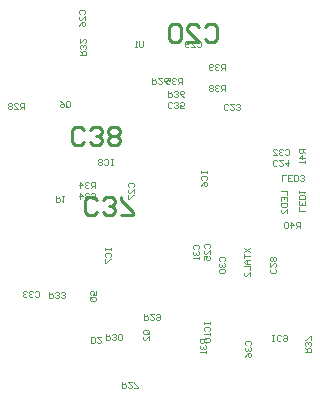
<source format=gbr>
%TF.GenerationSoftware,Altium Limited,Altium Designer,20.2.5 (213)*%
G04 Layer_Color=14186556*
%FSLAX25Y25*%
%MOIN*%
%TF.SameCoordinates,C9AA4840-3426-47ED-90B3-6D3E683A03ED*%
%TF.FilePolarity,Positive*%
%TF.FileFunction,Other,Bottom_Designator*%
%TF.Part,Single*%
G01*
G75*
%TA.AperFunction,NonConductor*%
%ADD80C,0.01000*%
%ADD137C,0.00450*%
D80*
X28501Y92101D02*
X27502Y91101D01*
X25502D01*
X24503Y92101D01*
Y96099D01*
X25502Y97099D01*
X27502D01*
X28501Y96099D01*
X30501Y92101D02*
X31500Y91101D01*
X33500D01*
X34499Y92101D01*
Y93100D01*
X33500Y94100D01*
X32500D01*
X33500D01*
X34499Y95100D01*
Y96099D01*
X33500Y97099D01*
X31500D01*
X30501Y96099D01*
X36499Y92101D02*
X37498Y91101D01*
X39498D01*
X40497Y92101D01*
Y93100D01*
X39498Y94100D01*
X40497Y95100D01*
Y96099D01*
X39498Y97099D01*
X37498D01*
X36499Y96099D01*
Y95100D01*
X37498Y94100D01*
X36499Y93100D01*
Y92101D01*
X37498Y94100D02*
X39498D01*
X68870Y130499D02*
X69870Y131499D01*
X71869D01*
X72869Y130499D01*
Y126501D01*
X71869Y125501D01*
X69870D01*
X68870Y126501D01*
X62872Y125501D02*
X66871D01*
X62872Y129500D01*
Y130499D01*
X63872Y131499D01*
X65871D01*
X66871Y130499D01*
X60873D02*
X59873Y131499D01*
X57874D01*
X56874Y130499D01*
Y126501D01*
X57874Y125501D01*
X59873D01*
X60873Y126501D01*
Y130499D01*
X32801Y68701D02*
X31802Y67701D01*
X29802D01*
X28803Y68701D01*
Y72699D01*
X29802Y73699D01*
X31802D01*
X32801Y72699D01*
X34801Y68701D02*
X35800Y67701D01*
X37800D01*
X38799Y68701D01*
Y69700D01*
X37800Y70700D01*
X36800D01*
X37800D01*
X38799Y71700D01*
Y72699D01*
X37800Y73699D01*
X35800D01*
X34801Y72699D01*
X40799Y67701D02*
X44797D01*
Y68701D01*
X40799Y72699D01*
Y73699D01*
D137*
X31034Y25000D02*
Y27000D01*
X32034D01*
X32367Y26666D01*
Y25333D01*
X32034Y25000D01*
X31034D01*
X34366Y27000D02*
X33033D01*
X34366Y25667D01*
Y25333D01*
X34033Y25000D01*
X33367D01*
X33033Y25333D01*
X67600Y82399D02*
Y81733D01*
Y82066D01*
X69600D01*
Y82399D01*
Y81733D01*
X67933Y79400D02*
X67600Y79733D01*
Y80400D01*
X67933Y80733D01*
X69266D01*
X69600Y80400D01*
Y79733D01*
X69266Y79400D01*
X67600Y77401D02*
X67933Y78067D01*
X68600Y78734D01*
X69266D01*
X69600Y78400D01*
Y77734D01*
X69266Y77401D01*
X68933D01*
X68600Y77734D01*
Y78734D01*
X49836Y27933D02*
X48503D01*
X48170Y28266D01*
Y28933D01*
X48503Y29266D01*
X49836D01*
X50169Y28933D01*
Y28266D01*
X49503Y28600D02*
X50169Y27933D01*
Y28266D02*
X49836Y27933D01*
X50169Y25934D02*
Y27267D01*
X48836Y25934D01*
X48503D01*
X48170Y26267D01*
Y26934D01*
X48503Y27267D01*
X91199Y25868D02*
X91865D01*
X91532D01*
Y27867D01*
X91199D01*
X91865D01*
X94198Y26201D02*
X93864Y25868D01*
X93198D01*
X92865Y26201D01*
Y27534D01*
X93198Y27867D01*
X93864D01*
X94198Y27534D01*
X94864D02*
X95197Y27867D01*
X95864D01*
X96197Y27534D01*
Y26201D01*
X95864Y25868D01*
X95197D01*
X94864Y26201D01*
Y26534D01*
X95197Y26867D01*
X96197D01*
X31034Y40459D02*
X32367D01*
X32700Y40126D01*
Y39459D01*
X32367Y39126D01*
X31034D01*
X30701Y39459D01*
Y40126D01*
X31367Y39792D02*
X30701Y40459D01*
Y40126D02*
X31034Y40459D01*
X32700Y42458D02*
Y41125D01*
X31700D01*
X32034Y41792D01*
Y42125D01*
X31700Y42458D01*
X31034D01*
X30701Y42125D01*
Y41458D01*
X31034Y41125D01*
X48333Y125700D02*
Y124034D01*
X48000Y123700D01*
X47333D01*
X47000Y124034D01*
Y125700D01*
X46334Y123700D02*
X45667D01*
X46000D01*
Y125700D01*
X46334Y125366D01*
X68700Y32024D02*
Y31357D01*
Y31690D01*
X70700D01*
Y32024D01*
Y31357D01*
X69033Y29025D02*
X68700Y29358D01*
Y30024D01*
X69033Y30358D01*
X70366D01*
X70700Y30024D01*
Y29358D01*
X70366Y29025D01*
X70700Y28358D02*
Y27692D01*
Y28025D01*
X68700D01*
X69033Y28358D01*
Y26692D02*
X68700Y26359D01*
Y25692D01*
X69033Y25359D01*
X70366D01*
X70700Y25692D01*
Y26359D01*
X70366Y26692D01*
X69033D01*
X75466Y116100D02*
Y118100D01*
X74466D01*
X74133Y117766D01*
Y117100D01*
X74466Y116767D01*
X75466D01*
X74799D02*
X74133Y116100D01*
X73466Y117766D02*
X73133Y118100D01*
X72467D01*
X72134Y117766D01*
Y117433D01*
X72467Y117100D01*
X72800D01*
X72467D01*
X72134Y116767D01*
Y116434D01*
X72467Y116100D01*
X73133D01*
X73466Y116434D01*
X71467D02*
X71134Y116100D01*
X70467D01*
X70134Y116434D01*
Y117766D01*
X70467Y118100D01*
X71134D01*
X71467Y117766D01*
Y117433D01*
X71134Y117100D01*
X70134D01*
X82001Y56868D02*
X84000Y55535D01*
X82001D02*
X84000Y56868D01*
X82001Y54868D02*
Y53535D01*
Y54202D01*
X84000D01*
Y52869D02*
X82667D01*
X82001Y52202D01*
X82667Y51536D01*
X84000D01*
X83000D01*
Y52869D01*
X82001Y50870D02*
X84000D01*
Y49537D01*
Y47537D02*
Y48870D01*
X82667Y47537D01*
X82334D01*
X82001Y47871D01*
Y48537D01*
X82334Y48870D01*
X94482Y78977D02*
Y80977D01*
X95815D01*
X97815Y78977D02*
X96482D01*
Y80977D01*
X97815D01*
X96482Y79977D02*
X97148D01*
X98481Y78977D02*
Y80977D01*
X99481D01*
X99814Y80643D01*
Y79311D01*
X99481Y78977D01*
X98481D01*
X100481Y79311D02*
X100814Y78977D01*
X101480D01*
X101813Y79311D01*
Y79644D01*
X101480Y79977D01*
X101147D01*
X101480D01*
X101813Y80310D01*
Y80643D01*
X101480Y80977D01*
X100814D01*
X100481Y80643D01*
X102400Y69068D02*
X100400D01*
Y70401D01*
X102400Y72400D02*
Y71067D01*
X100400D01*
Y72400D01*
X101400Y71067D02*
Y71734D01*
X102400Y73066D02*
X100400D01*
Y74066D01*
X100734Y74399D01*
X102067D01*
X102400Y74066D01*
Y73066D01*
X100400Y75066D02*
Y75732D01*
Y75399D01*
X102400D01*
X102067Y75066D01*
X19348Y73952D02*
Y71952D01*
X20347D01*
X20681Y72286D01*
Y72952D01*
X20347Y73285D01*
X19348D01*
X20014D02*
X20681Y73952D01*
X21347D02*
X22014D01*
X21680D01*
Y71952D01*
X21347Y72286D01*
X93067Y84233D02*
X92734Y83900D01*
X92067D01*
X91734Y84233D01*
Y85566D01*
X92067Y85900D01*
X92734D01*
X93067Y85566D01*
X95066Y85900D02*
X93734D01*
X95066Y84567D01*
Y84233D01*
X94733Y83900D01*
X94067D01*
X93734Y84233D01*
X96733Y85900D02*
Y83900D01*
X95733Y84900D01*
X97066D01*
X69033Y56633D02*
X68700Y56966D01*
Y57632D01*
X69033Y57966D01*
X70366D01*
X70700Y57632D01*
Y56966D01*
X70366Y56633D01*
X70700Y54633D02*
Y55966D01*
X69367Y54633D01*
X69033D01*
X68700Y54967D01*
Y55633D01*
X69033Y55966D01*
X68700Y52634D02*
Y53967D01*
X69700D01*
X69367Y53301D01*
Y52967D01*
X69700Y52634D01*
X70366D01*
X70700Y52967D01*
Y53634D01*
X70366Y53967D01*
X27134Y134833D02*
X26800Y135166D01*
Y135833D01*
X27134Y136166D01*
X28466D01*
X28800Y135833D01*
Y135166D01*
X28466Y134833D01*
X28800Y132834D02*
Y134166D01*
X27467Y132834D01*
X27134D01*
X26800Y133167D01*
Y133833D01*
X27134Y134166D01*
X26800Y130834D02*
X27134Y131501D01*
X27800Y132167D01*
X28466D01*
X28800Y131834D01*
Y131167D01*
X28466Y130834D01*
X28133D01*
X27800Y131167D01*
Y132167D01*
X76567Y103133D02*
X76234Y102800D01*
X75567D01*
X75234Y103133D01*
Y104466D01*
X75567Y104800D01*
X76234D01*
X76567Y104466D01*
X78566Y104800D02*
X77234D01*
X78566Y103467D01*
Y103133D01*
X78233Y102800D01*
X77567D01*
X77234Y103133D01*
X79233D02*
X79566Y102800D01*
X80233D01*
X80566Y103133D01*
Y103467D01*
X80233Y103800D01*
X79899D01*
X80233D01*
X80566Y104133D01*
Y104466D01*
X80233Y104800D01*
X79566D01*
X79233Y104466D01*
X65233Y56300D02*
X64900Y56633D01*
Y57299D01*
X65233Y57632D01*
X66566D01*
X66900Y57299D01*
Y56633D01*
X66566Y56300D01*
X65233Y55633D02*
X64900Y55300D01*
Y54633D01*
X65233Y54300D01*
X65567D01*
X65900Y54633D01*
Y54967D01*
Y54633D01*
X66233Y54300D01*
X66566D01*
X66900Y54633D01*
Y55300D01*
X66566Y55633D01*
X66900Y53634D02*
Y52967D01*
Y53301D01*
X64900D01*
X65233Y53634D01*
X35500Y56631D02*
Y55964D01*
Y56297D01*
X37500D01*
Y56631D01*
Y55964D01*
X35833Y53632D02*
X35500Y53965D01*
Y54631D01*
X35833Y54965D01*
X37166D01*
X37500Y54631D01*
Y53965D01*
X37166Y53632D01*
X35500Y52965D02*
Y51632D01*
X35833D01*
X37166Y52965D01*
X37500D01*
X12333Y41967D02*
X12666Y42300D01*
X13333D01*
X13666Y41967D01*
Y40634D01*
X13333Y40300D01*
X12666D01*
X12333Y40634D01*
X11666Y41967D02*
X11333Y42300D01*
X10667D01*
X10334Y41967D01*
Y41633D01*
X10667Y41300D01*
X11000D01*
X10667D01*
X10334Y40967D01*
Y40634D01*
X10667Y40300D01*
X11333D01*
X11666Y40634D01*
X9667Y41967D02*
X9334Y42300D01*
X8667D01*
X8334Y41967D01*
Y41633D01*
X8667Y41300D01*
X9001D01*
X8667D01*
X8334Y40967D01*
Y40634D01*
X8667Y40300D01*
X9334D01*
X9667Y40634D01*
X30866Y74626D02*
X31199Y74959D01*
X31866D01*
X32199Y74626D01*
Y73293D01*
X31866Y72960D01*
X31199D01*
X30866Y73293D01*
X30200Y74626D02*
X29866Y74959D01*
X29200D01*
X28867Y74626D01*
Y74293D01*
X29200Y73960D01*
X29533D01*
X29200D01*
X28867Y73627D01*
Y73293D01*
X29200Y72960D01*
X29866D01*
X30200Y73293D01*
X27200Y72960D02*
Y74959D01*
X28200Y73960D01*
X26867D01*
X16934Y42100D02*
Y40100D01*
X17934D01*
X18267Y40433D01*
Y41100D01*
X17934Y41433D01*
X16934D01*
X17601D02*
X18267Y42100D01*
X18934Y40433D02*
X19267Y40100D01*
X19933D01*
X20266Y40433D01*
Y40767D01*
X19933Y41100D01*
X19600D01*
X19933D01*
X20266Y41433D01*
Y41766D01*
X19933Y42100D01*
X19267D01*
X18934Y41766D01*
X20933Y40433D02*
X21266Y40100D01*
X21933D01*
X22266Y40433D01*
Y40767D01*
X21933Y41100D01*
X21599D01*
X21933D01*
X22266Y41433D01*
Y41766D01*
X21933Y42100D01*
X21266D01*
X20933Y41766D01*
X32366Y76600D02*
Y78600D01*
X31366D01*
X31033Y78267D01*
Y77600D01*
X31366Y77267D01*
X32366D01*
X31699D02*
X31033Y76600D01*
X30366Y78267D02*
X30033Y78600D01*
X29367D01*
X29034Y78267D01*
Y77933D01*
X29367Y77600D01*
X29700D01*
X29367D01*
X29034Y77267D01*
Y76934D01*
X29367Y76600D01*
X30033D01*
X30366Y76934D01*
X27367Y76600D02*
Y78600D01*
X28367Y77600D01*
X27034D01*
X22541Y104134D02*
Y105467D01*
X22874Y105800D01*
X23541D01*
X23874Y105467D01*
Y104134D01*
X23541Y103801D01*
X22874D01*
X23208Y104467D02*
X22541Y103801D01*
X22874D02*
X22541Y104134D01*
X20542Y105800D02*
X21208Y105467D01*
X21875Y104800D01*
Y104134D01*
X21542Y103801D01*
X20875D01*
X20542Y104134D01*
Y104467D01*
X20875Y104800D01*
X21875D01*
X51127Y113399D02*
Y111400D01*
X52127D01*
X52460Y111733D01*
Y112400D01*
X52127Y112733D01*
X51127D01*
X51793D02*
X52460Y113399D01*
X54459D02*
X53126D01*
X54459Y112066D01*
Y111733D01*
X54126Y111400D01*
X53460D01*
X53126Y111733D01*
X56459Y111400D02*
X55792Y111733D01*
X55126Y112400D01*
Y113066D01*
X55459Y113399D01*
X56125D01*
X56459Y113066D01*
Y112733D01*
X56125Y112400D01*
X55126D01*
X8673Y102901D02*
Y104900D01*
X7673D01*
X7340Y104567D01*
Y103900D01*
X7673Y103567D01*
X8673D01*
X8006D02*
X7340Y102901D01*
X5341D02*
X6674D01*
X5341Y104234D01*
Y104567D01*
X5674Y104900D01*
X6340D01*
X6674Y104567D01*
X4674D02*
X4341Y104900D01*
X3675D01*
X3341Y104567D01*
Y104234D01*
X3675Y103900D01*
X3341Y103567D01*
Y103234D01*
X3675Y102901D01*
X4341D01*
X4674Y103234D01*
Y103567D01*
X4341Y103900D01*
X4674Y104234D01*
Y104567D01*
X4341Y103900D02*
X3675D01*
X48527Y34599D02*
Y32600D01*
X49527D01*
X49860Y32933D01*
Y33600D01*
X49527Y33933D01*
X48527D01*
X49194D02*
X49860Y34599D01*
X51859D02*
X50526D01*
X51859Y33266D01*
Y32933D01*
X51526Y32600D01*
X50860D01*
X50526Y32933D01*
X52526Y34266D02*
X52859Y34599D01*
X53525D01*
X53859Y34266D01*
Y32933D01*
X53525Y32600D01*
X52859D01*
X52526Y32933D01*
Y33266D01*
X52859Y33600D01*
X53859D01*
X35827Y27899D02*
Y25900D01*
X36827D01*
X37160Y26233D01*
Y26900D01*
X36827Y27233D01*
X35827D01*
X36494D02*
X37160Y27899D01*
X37826Y26233D02*
X38160Y25900D01*
X38826D01*
X39159Y26233D01*
Y26566D01*
X38826Y26900D01*
X38493D01*
X38826D01*
X39159Y27233D01*
Y27566D01*
X38826Y27899D01*
X38160D01*
X37826Y27566D01*
X39826Y26233D02*
X40159Y25900D01*
X40825D01*
X41159Y26233D01*
Y27566D01*
X40825Y27899D01*
X40159D01*
X39826Y27566D01*
Y26233D01*
X69099Y26340D02*
X67100D01*
Y25340D01*
X67433Y25007D01*
X68100D01*
X68433Y25340D01*
Y26340D01*
Y25674D02*
X69099Y25007D01*
X67433Y24341D02*
X67100Y24007D01*
Y23341D01*
X67433Y23008D01*
X67766D01*
X68100Y23341D01*
Y23674D01*
Y23341D01*
X68433Y23008D01*
X68766D01*
X69099Y23341D01*
Y24007D01*
X68766Y24341D01*
X69099Y22341D02*
Y21675D01*
Y22008D01*
X67100D01*
X67433Y22341D01*
X41327Y12099D02*
Y10100D01*
X42327D01*
X42660Y10433D01*
Y11100D01*
X42327Y11433D01*
X41327D01*
X41993D02*
X42660Y12099D01*
X44659D02*
X43326D01*
X44659Y10766D01*
Y10433D01*
X44326Y10100D01*
X43660D01*
X43326Y10433D01*
X45326Y10100D02*
X46659D01*
Y10433D01*
X45326Y11766D01*
Y12099D01*
X43534Y77133D02*
X43200Y77466D01*
Y78132D01*
X43534Y78466D01*
X44866D01*
X45200Y78132D01*
Y77466D01*
X44866Y77133D01*
X45200Y75134D02*
Y76466D01*
X43867Y75134D01*
X43534D01*
X43200Y75467D01*
Y76133D01*
X43534Y76466D01*
X43200Y74467D02*
Y73134D01*
X43534D01*
X44866Y74467D01*
X45200D01*
X92266Y49867D02*
X92600Y49534D01*
Y48867D01*
X92266Y48534D01*
X90934D01*
X90600Y48867D01*
Y49534D01*
X90934Y49867D01*
X90600Y51866D02*
Y50533D01*
X91933Y51866D01*
X92266D01*
X92600Y51533D01*
Y50867D01*
X92266Y50533D01*
Y52533D02*
X92600Y52866D01*
Y53533D01*
X92266Y53866D01*
X91933D01*
X91600Y53533D01*
X91267Y53866D01*
X90934D01*
X90600Y53533D01*
Y52866D01*
X90934Y52533D01*
X91267D01*
X91600Y52866D01*
X91933Y52533D01*
X92266D01*
X91600Y52866D02*
Y53533D01*
X66205Y125467D02*
X66538Y125800D01*
X67204D01*
X67537Y125467D01*
Y124134D01*
X67204Y123800D01*
X66538D01*
X66205Y124134D01*
X64205Y123800D02*
X65538D01*
X64205Y125133D01*
Y125467D01*
X64538Y125800D01*
X65205D01*
X65538Y125467D01*
X63539Y124134D02*
X63205Y123800D01*
X62539D01*
X62206Y124134D01*
Y125467D01*
X62539Y125800D01*
X63205D01*
X63539Y125467D01*
Y125133D01*
X63205Y124800D01*
X62206D01*
X73769Y52533D02*
X73436Y52866D01*
Y53532D01*
X73769Y53866D01*
X75102D01*
X75435Y53532D01*
Y52866D01*
X75102Y52533D01*
X73769Y51866D02*
X73436Y51533D01*
Y50867D01*
X73769Y50533D01*
X74102D01*
X74435Y50867D01*
Y51200D01*
Y50867D01*
X74769Y50533D01*
X75102D01*
X75435Y50867D01*
Y51533D01*
X75102Y51866D01*
X73769Y49867D02*
X73436Y49534D01*
Y48867D01*
X73769Y48534D01*
X75102D01*
X75435Y48867D01*
Y49534D01*
X75102Y49867D01*
X73769D01*
X95733Y89367D02*
X96066Y89700D01*
X96733D01*
X97066Y89367D01*
Y88034D01*
X96733Y87700D01*
X96066D01*
X95733Y88034D01*
X95066Y89367D02*
X94733Y89700D01*
X94067D01*
X93734Y89367D01*
Y89033D01*
X94067Y88700D01*
X94400D01*
X94067D01*
X93734Y88367D01*
Y88034D01*
X94067Y87700D01*
X94733D01*
X95066Y88034D01*
X91734Y87700D02*
X93067D01*
X91734Y89033D01*
Y89367D01*
X92067Y89700D01*
X92734D01*
X93067Y89367D01*
X27179Y121061D02*
X29178D01*
Y122061D01*
X28845Y122394D01*
X28179D01*
X27845Y122061D01*
Y121061D01*
Y121727D02*
X27179Y122394D01*
X28845Y123060D02*
X29178Y123394D01*
Y124060D01*
X28845Y124393D01*
X28512D01*
X28179Y124060D01*
Y123727D01*
Y124060D01*
X27845Y124393D01*
X27512D01*
X27179Y124060D01*
Y123394D01*
X27512Y123060D01*
X27179Y126393D02*
Y125060D01*
X28512Y126393D01*
X28845D01*
X29178Y126059D01*
Y125393D01*
X28845Y125060D01*
X61366Y111400D02*
Y113400D01*
X60366D01*
X60033Y113066D01*
Y112400D01*
X60366Y112067D01*
X61366D01*
X60699D02*
X60033Y111400D01*
X59367Y113066D02*
X59033Y113400D01*
X58367D01*
X58034Y113066D01*
Y112733D01*
X58367Y112400D01*
X58700D01*
X58367D01*
X58034Y112067D01*
Y111734D01*
X58367Y111400D01*
X59033D01*
X59367Y111734D01*
X56034Y113400D02*
X57367D01*
Y112400D01*
X56701Y112733D01*
X56367D01*
X56034Y112400D01*
Y111734D01*
X56367Y111400D01*
X57034D01*
X57367Y111734D01*
X56434Y109100D02*
Y107100D01*
X57434D01*
X57767Y107433D01*
Y108100D01*
X57434Y108433D01*
X56434D01*
X57101D02*
X57767Y109100D01*
X58434Y107433D02*
X58767Y107100D01*
X59433D01*
X59766Y107433D01*
Y107767D01*
X59433Y108100D01*
X59100D01*
X59433D01*
X59766Y108433D01*
Y108766D01*
X59433Y109100D01*
X58767D01*
X58434Y108766D01*
X61766Y107100D02*
X61099Y107433D01*
X60433Y108100D01*
Y108766D01*
X60766Y109100D01*
X61433D01*
X61766Y108766D01*
Y108433D01*
X61433Y108100D01*
X60433D01*
X102400Y21934D02*
X104400D01*
Y22934D01*
X104067Y23267D01*
X103400D01*
X103067Y22934D01*
Y21934D01*
Y22601D02*
X102400Y23267D01*
X104067Y23934D02*
X104400Y24267D01*
Y24933D01*
X104067Y25266D01*
X103733D01*
X103400Y24933D01*
Y24600D01*
Y24933D01*
X103067Y25266D01*
X102734D01*
X102400Y24933D01*
Y24267D01*
X102734Y23934D01*
X104400Y25933D02*
Y27266D01*
X104067D01*
X102734Y25933D01*
X102400D01*
X75466Y108900D02*
Y110900D01*
X74466D01*
X74133Y110566D01*
Y109900D01*
X74466Y109567D01*
X75466D01*
X74799D02*
X74133Y108900D01*
X73466Y110566D02*
X73133Y110900D01*
X72467D01*
X72134Y110566D01*
Y110233D01*
X72467Y109900D01*
X72800D01*
X72467D01*
X72134Y109567D01*
Y109234D01*
X72467Y108900D01*
X73133D01*
X73466Y109234D01*
X71467Y110566D02*
X71134Y110900D01*
X70467D01*
X70134Y110566D01*
Y110233D01*
X70467Y109900D01*
X70134Y109567D01*
Y109234D01*
X70467Y108900D01*
X71134D01*
X71467Y109234D01*
Y109567D01*
X71134Y109900D01*
X71467Y110233D01*
Y110566D01*
X71134Y109900D02*
X70467D01*
X100466Y63500D02*
Y65500D01*
X99466D01*
X99133Y65166D01*
Y64500D01*
X99466Y64167D01*
X100466D01*
X99799D02*
X99133Y63500D01*
X97467D02*
Y65500D01*
X98466Y64500D01*
X97134D01*
X96467Y65166D02*
X96134Y65500D01*
X95467D01*
X95134Y65166D01*
Y63834D01*
X95467Y63500D01*
X96134D01*
X96467Y63834D01*
Y65166D01*
X102100Y89601D02*
X100100D01*
Y88601D01*
X100434Y88268D01*
X101100D01*
X101433Y88601D01*
Y89601D01*
Y88935D02*
X102100Y88268D01*
Y86602D02*
X100100D01*
X101100Y87602D01*
Y86269D01*
X102100Y85602D02*
Y84936D01*
Y85269D01*
X100100D01*
X100434Y85602D01*
X57767Y103833D02*
X57434Y103500D01*
X56767D01*
X56434Y103833D01*
Y105166D01*
X56767Y105500D01*
X57434D01*
X57767Y105166D01*
X58434Y103833D02*
X58767Y103500D01*
X59433D01*
X59766Y103833D01*
Y104167D01*
X59433Y104500D01*
X59100D01*
X59433D01*
X59766Y104833D01*
Y105166D01*
X59433Y105500D01*
X58767D01*
X58434Y105166D01*
X61766Y103500D02*
X60433D01*
Y104500D01*
X61099Y104167D01*
X61433D01*
X61766Y104500D01*
Y105166D01*
X61433Y105500D01*
X60766D01*
X60433Y105166D01*
X82433Y24333D02*
X82100Y24666D01*
Y25332D01*
X82433Y25666D01*
X83766D01*
X84100Y25332D01*
Y24666D01*
X83766Y24333D01*
X82433Y23666D02*
X82100Y23333D01*
Y22667D01*
X82433Y22333D01*
X82767D01*
X83100Y22667D01*
Y23000D01*
Y22667D01*
X83433Y22333D01*
X83766D01*
X84100Y22667D01*
Y23333D01*
X83766Y23666D01*
X82100Y20334D02*
X82433Y21001D01*
X83100Y21667D01*
X83766D01*
X84100Y21334D01*
Y20667D01*
X83766Y20334D01*
X83433D01*
X83100Y20667D01*
Y21667D01*
X38299Y86500D02*
X37633D01*
X37966D01*
Y84500D01*
X38299D01*
X37633D01*
X35300Y86167D02*
X35633Y86500D01*
X36300D01*
X36633Y86167D01*
Y84834D01*
X36300Y84500D01*
X35633D01*
X35300Y84834D01*
X34634Y86167D02*
X34301Y86500D01*
X33634D01*
X33301Y86167D01*
Y85833D01*
X33634Y85500D01*
X33301Y85167D01*
Y84834D01*
X33634Y84500D01*
X34301D01*
X34634Y84834D01*
Y85167D01*
X34301Y85500D01*
X34634Y85833D01*
Y86167D01*
X34301Y85500D02*
X33634D01*
X94301Y75562D02*
X96300D01*
Y74229D01*
X94301Y72229D02*
Y73562D01*
X96300D01*
Y72229D01*
X95300Y73562D02*
Y72896D01*
X94301Y71563D02*
X96300D01*
Y70563D01*
X95967Y70230D01*
X94634D01*
X94301Y70563D01*
Y71563D01*
X96300Y68231D02*
Y69564D01*
X94967Y68231D01*
X94634D01*
X94301Y68564D01*
Y69230D01*
X94634Y69564D01*
%TF.MD5,14279bf69d794e6a82d981dd8ee950a7*%
M02*

</source>
